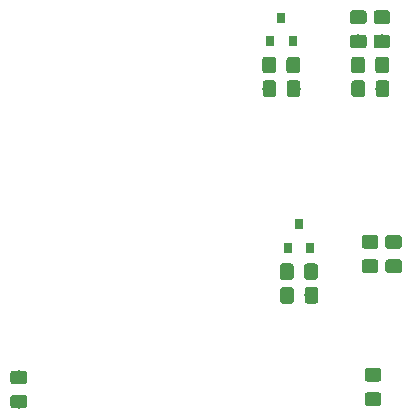
<source format=gbp>
G04 #@! TF.GenerationSoftware,KiCad,Pcbnew,(5.1.4)-1*
G04 #@! TF.CreationDate,2020-06-04T10:58:22-03:00*
G04 #@! TF.ProjectId,Mod_Temp_Driver,4d6f645f-5465-46d7-905f-447269766572,rev?*
G04 #@! TF.SameCoordinates,Original*
G04 #@! TF.FileFunction,Paste,Bot*
G04 #@! TF.FilePolarity,Positive*
%FSLAX46Y46*%
G04 Gerber Fmt 4.6, Leading zero omitted, Abs format (unit mm)*
G04 Created by KiCad (PCBNEW (5.1.4)-1) date 2020-06-04 10:58:22*
%MOMM*%
%LPD*%
G04 APERTURE LIST*
%ADD10C,0.100000*%
%ADD11C,1.150000*%
%ADD12R,0.800000X0.900000*%
G04 APERTURE END LIST*
D10*
G36*
X131849505Y-107801204D02*
G01*
X131873773Y-107804804D01*
X131897572Y-107810765D01*
X131920671Y-107819030D01*
X131942850Y-107829520D01*
X131963893Y-107842132D01*
X131983599Y-107856747D01*
X132001777Y-107873223D01*
X132018253Y-107891401D01*
X132032868Y-107911107D01*
X132045480Y-107932150D01*
X132055970Y-107954329D01*
X132064235Y-107977428D01*
X132070196Y-108001227D01*
X132073796Y-108025495D01*
X132075000Y-108049999D01*
X132075000Y-108950001D01*
X132073796Y-108974505D01*
X132070196Y-108998773D01*
X132064235Y-109022572D01*
X132055970Y-109045671D01*
X132045480Y-109067850D01*
X132032868Y-109088893D01*
X132018253Y-109108599D01*
X132001777Y-109126777D01*
X131983599Y-109143253D01*
X131963893Y-109157868D01*
X131942850Y-109170480D01*
X131920671Y-109180970D01*
X131897572Y-109189235D01*
X131873773Y-109195196D01*
X131849505Y-109198796D01*
X131825001Y-109200000D01*
X131174999Y-109200000D01*
X131150495Y-109198796D01*
X131126227Y-109195196D01*
X131102428Y-109189235D01*
X131079329Y-109180970D01*
X131057150Y-109170480D01*
X131036107Y-109157868D01*
X131016401Y-109143253D01*
X130998223Y-109126777D01*
X130981747Y-109108599D01*
X130967132Y-109088893D01*
X130954520Y-109067850D01*
X130944030Y-109045671D01*
X130935765Y-109022572D01*
X130929804Y-108998773D01*
X130926204Y-108974505D01*
X130925000Y-108950001D01*
X130925000Y-108049999D01*
X130926204Y-108025495D01*
X130929804Y-108001227D01*
X130935765Y-107977428D01*
X130944030Y-107954329D01*
X130954520Y-107932150D01*
X130967132Y-107911107D01*
X130981747Y-107891401D01*
X130998223Y-107873223D01*
X131016401Y-107856747D01*
X131036107Y-107842132D01*
X131057150Y-107829520D01*
X131079329Y-107819030D01*
X131102428Y-107810765D01*
X131126227Y-107804804D01*
X131150495Y-107801204D01*
X131174999Y-107800000D01*
X131825001Y-107800000D01*
X131849505Y-107801204D01*
X131849505Y-107801204D01*
G37*
D11*
X131500000Y-108500000D03*
D10*
G36*
X133899505Y-107801204D02*
G01*
X133923773Y-107804804D01*
X133947572Y-107810765D01*
X133970671Y-107819030D01*
X133992850Y-107829520D01*
X134013893Y-107842132D01*
X134033599Y-107856747D01*
X134051777Y-107873223D01*
X134068253Y-107891401D01*
X134082868Y-107911107D01*
X134095480Y-107932150D01*
X134105970Y-107954329D01*
X134114235Y-107977428D01*
X134120196Y-108001227D01*
X134123796Y-108025495D01*
X134125000Y-108049999D01*
X134125000Y-108950001D01*
X134123796Y-108974505D01*
X134120196Y-108998773D01*
X134114235Y-109022572D01*
X134105970Y-109045671D01*
X134095480Y-109067850D01*
X134082868Y-109088893D01*
X134068253Y-109108599D01*
X134051777Y-109126777D01*
X134033599Y-109143253D01*
X134013893Y-109157868D01*
X133992850Y-109170480D01*
X133970671Y-109180970D01*
X133947572Y-109189235D01*
X133923773Y-109195196D01*
X133899505Y-109198796D01*
X133875001Y-109200000D01*
X133224999Y-109200000D01*
X133200495Y-109198796D01*
X133176227Y-109195196D01*
X133152428Y-109189235D01*
X133129329Y-109180970D01*
X133107150Y-109170480D01*
X133086107Y-109157868D01*
X133066401Y-109143253D01*
X133048223Y-109126777D01*
X133031747Y-109108599D01*
X133017132Y-109088893D01*
X133004520Y-109067850D01*
X132994030Y-109045671D01*
X132985765Y-109022572D01*
X132979804Y-108998773D01*
X132976204Y-108974505D01*
X132975000Y-108950001D01*
X132975000Y-108049999D01*
X132976204Y-108025495D01*
X132979804Y-108001227D01*
X132985765Y-107977428D01*
X132994030Y-107954329D01*
X133004520Y-107932150D01*
X133017132Y-107911107D01*
X133031747Y-107891401D01*
X133048223Y-107873223D01*
X133066401Y-107856747D01*
X133086107Y-107842132D01*
X133107150Y-107829520D01*
X133129329Y-107819030D01*
X133152428Y-107810765D01*
X133176227Y-107804804D01*
X133200495Y-107801204D01*
X133224999Y-107800000D01*
X133875001Y-107800000D01*
X133899505Y-107801204D01*
X133899505Y-107801204D01*
G37*
D11*
X133550000Y-108500000D03*
D10*
G36*
X131824505Y-105801204D02*
G01*
X131848773Y-105804804D01*
X131872572Y-105810765D01*
X131895671Y-105819030D01*
X131917850Y-105829520D01*
X131938893Y-105842132D01*
X131958599Y-105856747D01*
X131976777Y-105873223D01*
X131993253Y-105891401D01*
X132007868Y-105911107D01*
X132020480Y-105932150D01*
X132030970Y-105954329D01*
X132039235Y-105977428D01*
X132045196Y-106001227D01*
X132048796Y-106025495D01*
X132050000Y-106049999D01*
X132050000Y-106950001D01*
X132048796Y-106974505D01*
X132045196Y-106998773D01*
X132039235Y-107022572D01*
X132030970Y-107045671D01*
X132020480Y-107067850D01*
X132007868Y-107088893D01*
X131993253Y-107108599D01*
X131976777Y-107126777D01*
X131958599Y-107143253D01*
X131938893Y-107157868D01*
X131917850Y-107170480D01*
X131895671Y-107180970D01*
X131872572Y-107189235D01*
X131848773Y-107195196D01*
X131824505Y-107198796D01*
X131800001Y-107200000D01*
X131149999Y-107200000D01*
X131125495Y-107198796D01*
X131101227Y-107195196D01*
X131077428Y-107189235D01*
X131054329Y-107180970D01*
X131032150Y-107170480D01*
X131011107Y-107157868D01*
X130991401Y-107143253D01*
X130973223Y-107126777D01*
X130956747Y-107108599D01*
X130942132Y-107088893D01*
X130929520Y-107067850D01*
X130919030Y-107045671D01*
X130910765Y-107022572D01*
X130904804Y-106998773D01*
X130901204Y-106974505D01*
X130900000Y-106950001D01*
X130900000Y-106049999D01*
X130901204Y-106025495D01*
X130904804Y-106001227D01*
X130910765Y-105977428D01*
X130919030Y-105954329D01*
X130929520Y-105932150D01*
X130942132Y-105911107D01*
X130956747Y-105891401D01*
X130973223Y-105873223D01*
X130991401Y-105856747D01*
X131011107Y-105842132D01*
X131032150Y-105829520D01*
X131054329Y-105819030D01*
X131077428Y-105810765D01*
X131101227Y-105804804D01*
X131125495Y-105801204D01*
X131149999Y-105800000D01*
X131800001Y-105800000D01*
X131824505Y-105801204D01*
X131824505Y-105801204D01*
G37*
D11*
X131475000Y-106500000D03*
D10*
G36*
X133874505Y-105801204D02*
G01*
X133898773Y-105804804D01*
X133922572Y-105810765D01*
X133945671Y-105819030D01*
X133967850Y-105829520D01*
X133988893Y-105842132D01*
X134008599Y-105856747D01*
X134026777Y-105873223D01*
X134043253Y-105891401D01*
X134057868Y-105911107D01*
X134070480Y-105932150D01*
X134080970Y-105954329D01*
X134089235Y-105977428D01*
X134095196Y-106001227D01*
X134098796Y-106025495D01*
X134100000Y-106049999D01*
X134100000Y-106950001D01*
X134098796Y-106974505D01*
X134095196Y-106998773D01*
X134089235Y-107022572D01*
X134080970Y-107045671D01*
X134070480Y-107067850D01*
X134057868Y-107088893D01*
X134043253Y-107108599D01*
X134026777Y-107126777D01*
X134008599Y-107143253D01*
X133988893Y-107157868D01*
X133967850Y-107170480D01*
X133945671Y-107180970D01*
X133922572Y-107189235D01*
X133898773Y-107195196D01*
X133874505Y-107198796D01*
X133850001Y-107200000D01*
X133199999Y-107200000D01*
X133175495Y-107198796D01*
X133151227Y-107195196D01*
X133127428Y-107189235D01*
X133104329Y-107180970D01*
X133082150Y-107170480D01*
X133061107Y-107157868D01*
X133041401Y-107143253D01*
X133023223Y-107126777D01*
X133006747Y-107108599D01*
X132992132Y-107088893D01*
X132979520Y-107067850D01*
X132969030Y-107045671D01*
X132960765Y-107022572D01*
X132954804Y-106998773D01*
X132951204Y-106974505D01*
X132950000Y-106950001D01*
X132950000Y-106049999D01*
X132951204Y-106025495D01*
X132954804Y-106001227D01*
X132960765Y-105977428D01*
X132969030Y-105954329D01*
X132979520Y-105932150D01*
X132992132Y-105911107D01*
X133006747Y-105891401D01*
X133023223Y-105873223D01*
X133041401Y-105856747D01*
X133061107Y-105842132D01*
X133082150Y-105829520D01*
X133104329Y-105819030D01*
X133127428Y-105810765D01*
X133151227Y-105804804D01*
X133175495Y-105801204D01*
X133199999Y-105800000D01*
X133850001Y-105800000D01*
X133874505Y-105801204D01*
X133874505Y-105801204D01*
G37*
D11*
X133525000Y-106500000D03*
D10*
G36*
X131974505Y-103926204D02*
G01*
X131998773Y-103929804D01*
X132022572Y-103935765D01*
X132045671Y-103944030D01*
X132067850Y-103954520D01*
X132088893Y-103967132D01*
X132108599Y-103981747D01*
X132126777Y-103998223D01*
X132143253Y-104016401D01*
X132157868Y-104036107D01*
X132170480Y-104057150D01*
X132180970Y-104079329D01*
X132189235Y-104102428D01*
X132195196Y-104126227D01*
X132198796Y-104150495D01*
X132200000Y-104174999D01*
X132200000Y-104825001D01*
X132198796Y-104849505D01*
X132195196Y-104873773D01*
X132189235Y-104897572D01*
X132180970Y-104920671D01*
X132170480Y-104942850D01*
X132157868Y-104963893D01*
X132143253Y-104983599D01*
X132126777Y-105001777D01*
X132108599Y-105018253D01*
X132088893Y-105032868D01*
X132067850Y-105045480D01*
X132045671Y-105055970D01*
X132022572Y-105064235D01*
X131998773Y-105070196D01*
X131974505Y-105073796D01*
X131950001Y-105075000D01*
X131049999Y-105075000D01*
X131025495Y-105073796D01*
X131001227Y-105070196D01*
X130977428Y-105064235D01*
X130954329Y-105055970D01*
X130932150Y-105045480D01*
X130911107Y-105032868D01*
X130891401Y-105018253D01*
X130873223Y-105001777D01*
X130856747Y-104983599D01*
X130842132Y-104963893D01*
X130829520Y-104942850D01*
X130819030Y-104920671D01*
X130810765Y-104897572D01*
X130804804Y-104873773D01*
X130801204Y-104849505D01*
X130800000Y-104825001D01*
X130800000Y-104174999D01*
X130801204Y-104150495D01*
X130804804Y-104126227D01*
X130810765Y-104102428D01*
X130819030Y-104079329D01*
X130829520Y-104057150D01*
X130842132Y-104036107D01*
X130856747Y-104016401D01*
X130873223Y-103998223D01*
X130891401Y-103981747D01*
X130911107Y-103967132D01*
X130932150Y-103954520D01*
X130954329Y-103944030D01*
X130977428Y-103935765D01*
X131001227Y-103929804D01*
X131025495Y-103926204D01*
X131049999Y-103925000D01*
X131950001Y-103925000D01*
X131974505Y-103926204D01*
X131974505Y-103926204D01*
G37*
D11*
X131500000Y-104500000D03*
D10*
G36*
X131974505Y-101876204D02*
G01*
X131998773Y-101879804D01*
X132022572Y-101885765D01*
X132045671Y-101894030D01*
X132067850Y-101904520D01*
X132088893Y-101917132D01*
X132108599Y-101931747D01*
X132126777Y-101948223D01*
X132143253Y-101966401D01*
X132157868Y-101986107D01*
X132170480Y-102007150D01*
X132180970Y-102029329D01*
X132189235Y-102052428D01*
X132195196Y-102076227D01*
X132198796Y-102100495D01*
X132200000Y-102124999D01*
X132200000Y-102775001D01*
X132198796Y-102799505D01*
X132195196Y-102823773D01*
X132189235Y-102847572D01*
X132180970Y-102870671D01*
X132170480Y-102892850D01*
X132157868Y-102913893D01*
X132143253Y-102933599D01*
X132126777Y-102951777D01*
X132108599Y-102968253D01*
X132088893Y-102982868D01*
X132067850Y-102995480D01*
X132045671Y-103005970D01*
X132022572Y-103014235D01*
X131998773Y-103020196D01*
X131974505Y-103023796D01*
X131950001Y-103025000D01*
X131049999Y-103025000D01*
X131025495Y-103023796D01*
X131001227Y-103020196D01*
X130977428Y-103014235D01*
X130954329Y-103005970D01*
X130932150Y-102995480D01*
X130911107Y-102982868D01*
X130891401Y-102968253D01*
X130873223Y-102951777D01*
X130856747Y-102933599D01*
X130842132Y-102913893D01*
X130829520Y-102892850D01*
X130819030Y-102870671D01*
X130810765Y-102847572D01*
X130804804Y-102823773D01*
X130801204Y-102799505D01*
X130800000Y-102775001D01*
X130800000Y-102124999D01*
X130801204Y-102100495D01*
X130804804Y-102076227D01*
X130810765Y-102052428D01*
X130819030Y-102029329D01*
X130829520Y-102007150D01*
X130842132Y-101986107D01*
X130856747Y-101966401D01*
X130873223Y-101948223D01*
X130891401Y-101931747D01*
X130911107Y-101917132D01*
X130932150Y-101904520D01*
X130954329Y-101894030D01*
X130977428Y-101885765D01*
X131001227Y-101879804D01*
X131025495Y-101876204D01*
X131049999Y-101875000D01*
X131950001Y-101875000D01*
X131974505Y-101876204D01*
X131974505Y-101876204D01*
G37*
D11*
X131500000Y-102450000D03*
D10*
G36*
X132974505Y-120901204D02*
G01*
X132998773Y-120904804D01*
X133022572Y-120910765D01*
X133045671Y-120919030D01*
X133067850Y-120929520D01*
X133088893Y-120942132D01*
X133108599Y-120956747D01*
X133126777Y-120973223D01*
X133143253Y-120991401D01*
X133157868Y-121011107D01*
X133170480Y-121032150D01*
X133180970Y-121054329D01*
X133189235Y-121077428D01*
X133195196Y-121101227D01*
X133198796Y-121125495D01*
X133200000Y-121149999D01*
X133200000Y-121800001D01*
X133198796Y-121824505D01*
X133195196Y-121848773D01*
X133189235Y-121872572D01*
X133180970Y-121895671D01*
X133170480Y-121917850D01*
X133157868Y-121938893D01*
X133143253Y-121958599D01*
X133126777Y-121976777D01*
X133108599Y-121993253D01*
X133088893Y-122007868D01*
X133067850Y-122020480D01*
X133045671Y-122030970D01*
X133022572Y-122039235D01*
X132998773Y-122045196D01*
X132974505Y-122048796D01*
X132950001Y-122050000D01*
X132049999Y-122050000D01*
X132025495Y-122048796D01*
X132001227Y-122045196D01*
X131977428Y-122039235D01*
X131954329Y-122030970D01*
X131932150Y-122020480D01*
X131911107Y-122007868D01*
X131891401Y-121993253D01*
X131873223Y-121976777D01*
X131856747Y-121958599D01*
X131842132Y-121938893D01*
X131829520Y-121917850D01*
X131819030Y-121895671D01*
X131810765Y-121872572D01*
X131804804Y-121848773D01*
X131801204Y-121824505D01*
X131800000Y-121800001D01*
X131800000Y-121149999D01*
X131801204Y-121125495D01*
X131804804Y-121101227D01*
X131810765Y-121077428D01*
X131819030Y-121054329D01*
X131829520Y-121032150D01*
X131842132Y-121011107D01*
X131856747Y-120991401D01*
X131873223Y-120973223D01*
X131891401Y-120956747D01*
X131911107Y-120942132D01*
X131932150Y-120929520D01*
X131954329Y-120919030D01*
X131977428Y-120910765D01*
X132001227Y-120904804D01*
X132025495Y-120901204D01*
X132049999Y-120900000D01*
X132950001Y-120900000D01*
X132974505Y-120901204D01*
X132974505Y-120901204D01*
G37*
D11*
X132500000Y-121475000D03*
D10*
G36*
X132974505Y-122951204D02*
G01*
X132998773Y-122954804D01*
X133022572Y-122960765D01*
X133045671Y-122969030D01*
X133067850Y-122979520D01*
X133088893Y-122992132D01*
X133108599Y-123006747D01*
X133126777Y-123023223D01*
X133143253Y-123041401D01*
X133157868Y-123061107D01*
X133170480Y-123082150D01*
X133180970Y-123104329D01*
X133189235Y-123127428D01*
X133195196Y-123151227D01*
X133198796Y-123175495D01*
X133200000Y-123199999D01*
X133200000Y-123850001D01*
X133198796Y-123874505D01*
X133195196Y-123898773D01*
X133189235Y-123922572D01*
X133180970Y-123945671D01*
X133170480Y-123967850D01*
X133157868Y-123988893D01*
X133143253Y-124008599D01*
X133126777Y-124026777D01*
X133108599Y-124043253D01*
X133088893Y-124057868D01*
X133067850Y-124070480D01*
X133045671Y-124080970D01*
X133022572Y-124089235D01*
X132998773Y-124095196D01*
X132974505Y-124098796D01*
X132950001Y-124100000D01*
X132049999Y-124100000D01*
X132025495Y-124098796D01*
X132001227Y-124095196D01*
X131977428Y-124089235D01*
X131954329Y-124080970D01*
X131932150Y-124070480D01*
X131911107Y-124057868D01*
X131891401Y-124043253D01*
X131873223Y-124026777D01*
X131856747Y-124008599D01*
X131842132Y-123988893D01*
X131829520Y-123967850D01*
X131819030Y-123945671D01*
X131810765Y-123922572D01*
X131804804Y-123898773D01*
X131801204Y-123874505D01*
X131800000Y-123850001D01*
X131800000Y-123199999D01*
X131801204Y-123175495D01*
X131804804Y-123151227D01*
X131810765Y-123127428D01*
X131819030Y-123104329D01*
X131829520Y-123082150D01*
X131842132Y-123061107D01*
X131856747Y-123041401D01*
X131873223Y-123023223D01*
X131891401Y-123006747D01*
X131911107Y-122992132D01*
X131932150Y-122979520D01*
X131954329Y-122969030D01*
X131977428Y-122960765D01*
X132001227Y-122954804D01*
X132025495Y-122951204D01*
X132049999Y-122950000D01*
X132950001Y-122950000D01*
X132974505Y-122951204D01*
X132974505Y-122951204D01*
G37*
D11*
X132500000Y-123525000D03*
D10*
G36*
X134974505Y-120901204D02*
G01*
X134998773Y-120904804D01*
X135022572Y-120910765D01*
X135045671Y-120919030D01*
X135067850Y-120929520D01*
X135088893Y-120942132D01*
X135108599Y-120956747D01*
X135126777Y-120973223D01*
X135143253Y-120991401D01*
X135157868Y-121011107D01*
X135170480Y-121032150D01*
X135180970Y-121054329D01*
X135189235Y-121077428D01*
X135195196Y-121101227D01*
X135198796Y-121125495D01*
X135200000Y-121149999D01*
X135200000Y-121800001D01*
X135198796Y-121824505D01*
X135195196Y-121848773D01*
X135189235Y-121872572D01*
X135180970Y-121895671D01*
X135170480Y-121917850D01*
X135157868Y-121938893D01*
X135143253Y-121958599D01*
X135126777Y-121976777D01*
X135108599Y-121993253D01*
X135088893Y-122007868D01*
X135067850Y-122020480D01*
X135045671Y-122030970D01*
X135022572Y-122039235D01*
X134998773Y-122045196D01*
X134974505Y-122048796D01*
X134950001Y-122050000D01*
X134049999Y-122050000D01*
X134025495Y-122048796D01*
X134001227Y-122045196D01*
X133977428Y-122039235D01*
X133954329Y-122030970D01*
X133932150Y-122020480D01*
X133911107Y-122007868D01*
X133891401Y-121993253D01*
X133873223Y-121976777D01*
X133856747Y-121958599D01*
X133842132Y-121938893D01*
X133829520Y-121917850D01*
X133819030Y-121895671D01*
X133810765Y-121872572D01*
X133804804Y-121848773D01*
X133801204Y-121824505D01*
X133800000Y-121800001D01*
X133800000Y-121149999D01*
X133801204Y-121125495D01*
X133804804Y-121101227D01*
X133810765Y-121077428D01*
X133819030Y-121054329D01*
X133829520Y-121032150D01*
X133842132Y-121011107D01*
X133856747Y-120991401D01*
X133873223Y-120973223D01*
X133891401Y-120956747D01*
X133911107Y-120942132D01*
X133932150Y-120929520D01*
X133954329Y-120919030D01*
X133977428Y-120910765D01*
X134001227Y-120904804D01*
X134025495Y-120901204D01*
X134049999Y-120900000D01*
X134950001Y-120900000D01*
X134974505Y-120901204D01*
X134974505Y-120901204D01*
G37*
D11*
X134500000Y-121475000D03*
D10*
G36*
X134974505Y-122951204D02*
G01*
X134998773Y-122954804D01*
X135022572Y-122960765D01*
X135045671Y-122969030D01*
X135067850Y-122979520D01*
X135088893Y-122992132D01*
X135108599Y-123006747D01*
X135126777Y-123023223D01*
X135143253Y-123041401D01*
X135157868Y-123061107D01*
X135170480Y-123082150D01*
X135180970Y-123104329D01*
X135189235Y-123127428D01*
X135195196Y-123151227D01*
X135198796Y-123175495D01*
X135200000Y-123199999D01*
X135200000Y-123850001D01*
X135198796Y-123874505D01*
X135195196Y-123898773D01*
X135189235Y-123922572D01*
X135180970Y-123945671D01*
X135170480Y-123967850D01*
X135157868Y-123988893D01*
X135143253Y-124008599D01*
X135126777Y-124026777D01*
X135108599Y-124043253D01*
X135088893Y-124057868D01*
X135067850Y-124070480D01*
X135045671Y-124080970D01*
X135022572Y-124089235D01*
X134998773Y-124095196D01*
X134974505Y-124098796D01*
X134950001Y-124100000D01*
X134049999Y-124100000D01*
X134025495Y-124098796D01*
X134001227Y-124095196D01*
X133977428Y-124089235D01*
X133954329Y-124080970D01*
X133932150Y-124070480D01*
X133911107Y-124057868D01*
X133891401Y-124043253D01*
X133873223Y-124026777D01*
X133856747Y-124008599D01*
X133842132Y-123988893D01*
X133829520Y-123967850D01*
X133819030Y-123945671D01*
X133810765Y-123922572D01*
X133804804Y-123898773D01*
X133801204Y-123874505D01*
X133800000Y-123850001D01*
X133800000Y-123199999D01*
X133801204Y-123175495D01*
X133804804Y-123151227D01*
X133810765Y-123127428D01*
X133819030Y-123104329D01*
X133829520Y-123082150D01*
X133842132Y-123061107D01*
X133856747Y-123041401D01*
X133873223Y-123023223D01*
X133891401Y-123006747D01*
X133911107Y-122992132D01*
X133932150Y-122979520D01*
X133954329Y-122969030D01*
X133977428Y-122960765D01*
X134001227Y-122954804D01*
X134025495Y-122951204D01*
X134049999Y-122950000D01*
X134950001Y-122950000D01*
X134974505Y-122951204D01*
X134974505Y-122951204D01*
G37*
D11*
X134500000Y-123525000D03*
D10*
G36*
X133974505Y-103926204D02*
G01*
X133998773Y-103929804D01*
X134022572Y-103935765D01*
X134045671Y-103944030D01*
X134067850Y-103954520D01*
X134088893Y-103967132D01*
X134108599Y-103981747D01*
X134126777Y-103998223D01*
X134143253Y-104016401D01*
X134157868Y-104036107D01*
X134170480Y-104057150D01*
X134180970Y-104079329D01*
X134189235Y-104102428D01*
X134195196Y-104126227D01*
X134198796Y-104150495D01*
X134200000Y-104174999D01*
X134200000Y-104825001D01*
X134198796Y-104849505D01*
X134195196Y-104873773D01*
X134189235Y-104897572D01*
X134180970Y-104920671D01*
X134170480Y-104942850D01*
X134157868Y-104963893D01*
X134143253Y-104983599D01*
X134126777Y-105001777D01*
X134108599Y-105018253D01*
X134088893Y-105032868D01*
X134067850Y-105045480D01*
X134045671Y-105055970D01*
X134022572Y-105064235D01*
X133998773Y-105070196D01*
X133974505Y-105073796D01*
X133950001Y-105075000D01*
X133049999Y-105075000D01*
X133025495Y-105073796D01*
X133001227Y-105070196D01*
X132977428Y-105064235D01*
X132954329Y-105055970D01*
X132932150Y-105045480D01*
X132911107Y-105032868D01*
X132891401Y-105018253D01*
X132873223Y-105001777D01*
X132856747Y-104983599D01*
X132842132Y-104963893D01*
X132829520Y-104942850D01*
X132819030Y-104920671D01*
X132810765Y-104897572D01*
X132804804Y-104873773D01*
X132801204Y-104849505D01*
X132800000Y-104825001D01*
X132800000Y-104174999D01*
X132801204Y-104150495D01*
X132804804Y-104126227D01*
X132810765Y-104102428D01*
X132819030Y-104079329D01*
X132829520Y-104057150D01*
X132842132Y-104036107D01*
X132856747Y-104016401D01*
X132873223Y-103998223D01*
X132891401Y-103981747D01*
X132911107Y-103967132D01*
X132932150Y-103954520D01*
X132954329Y-103944030D01*
X132977428Y-103935765D01*
X133001227Y-103929804D01*
X133025495Y-103926204D01*
X133049999Y-103925000D01*
X133950001Y-103925000D01*
X133974505Y-103926204D01*
X133974505Y-103926204D01*
G37*
D11*
X133500000Y-104500000D03*
D10*
G36*
X133974505Y-101876204D02*
G01*
X133998773Y-101879804D01*
X134022572Y-101885765D01*
X134045671Y-101894030D01*
X134067850Y-101904520D01*
X134088893Y-101917132D01*
X134108599Y-101931747D01*
X134126777Y-101948223D01*
X134143253Y-101966401D01*
X134157868Y-101986107D01*
X134170480Y-102007150D01*
X134180970Y-102029329D01*
X134189235Y-102052428D01*
X134195196Y-102076227D01*
X134198796Y-102100495D01*
X134200000Y-102124999D01*
X134200000Y-102775001D01*
X134198796Y-102799505D01*
X134195196Y-102823773D01*
X134189235Y-102847572D01*
X134180970Y-102870671D01*
X134170480Y-102892850D01*
X134157868Y-102913893D01*
X134143253Y-102933599D01*
X134126777Y-102951777D01*
X134108599Y-102968253D01*
X134088893Y-102982868D01*
X134067850Y-102995480D01*
X134045671Y-103005970D01*
X134022572Y-103014235D01*
X133998773Y-103020196D01*
X133974505Y-103023796D01*
X133950001Y-103025000D01*
X133049999Y-103025000D01*
X133025495Y-103023796D01*
X133001227Y-103020196D01*
X132977428Y-103014235D01*
X132954329Y-103005970D01*
X132932150Y-102995480D01*
X132911107Y-102982868D01*
X132891401Y-102968253D01*
X132873223Y-102951777D01*
X132856747Y-102933599D01*
X132842132Y-102913893D01*
X132829520Y-102892850D01*
X132819030Y-102870671D01*
X132810765Y-102847572D01*
X132804804Y-102823773D01*
X132801204Y-102799505D01*
X132800000Y-102775001D01*
X132800000Y-102124999D01*
X132801204Y-102100495D01*
X132804804Y-102076227D01*
X132810765Y-102052428D01*
X132819030Y-102029329D01*
X132829520Y-102007150D01*
X132842132Y-101986107D01*
X132856747Y-101966401D01*
X132873223Y-101948223D01*
X132891401Y-101931747D01*
X132911107Y-101917132D01*
X132932150Y-101904520D01*
X132954329Y-101894030D01*
X132977428Y-101885765D01*
X133001227Y-101879804D01*
X133025495Y-101876204D01*
X133049999Y-101875000D01*
X133950001Y-101875000D01*
X133974505Y-101876204D01*
X133974505Y-101876204D01*
G37*
D11*
X133500000Y-102450000D03*
D10*
G36*
X126349505Y-105801204D02*
G01*
X126373773Y-105804804D01*
X126397572Y-105810765D01*
X126420671Y-105819030D01*
X126442850Y-105829520D01*
X126463893Y-105842132D01*
X126483599Y-105856747D01*
X126501777Y-105873223D01*
X126518253Y-105891401D01*
X126532868Y-105911107D01*
X126545480Y-105932150D01*
X126555970Y-105954329D01*
X126564235Y-105977428D01*
X126570196Y-106001227D01*
X126573796Y-106025495D01*
X126575000Y-106049999D01*
X126575000Y-106950001D01*
X126573796Y-106974505D01*
X126570196Y-106998773D01*
X126564235Y-107022572D01*
X126555970Y-107045671D01*
X126545480Y-107067850D01*
X126532868Y-107088893D01*
X126518253Y-107108599D01*
X126501777Y-107126777D01*
X126483599Y-107143253D01*
X126463893Y-107157868D01*
X126442850Y-107170480D01*
X126420671Y-107180970D01*
X126397572Y-107189235D01*
X126373773Y-107195196D01*
X126349505Y-107198796D01*
X126325001Y-107200000D01*
X125674999Y-107200000D01*
X125650495Y-107198796D01*
X125626227Y-107195196D01*
X125602428Y-107189235D01*
X125579329Y-107180970D01*
X125557150Y-107170480D01*
X125536107Y-107157868D01*
X125516401Y-107143253D01*
X125498223Y-107126777D01*
X125481747Y-107108599D01*
X125467132Y-107088893D01*
X125454520Y-107067850D01*
X125444030Y-107045671D01*
X125435765Y-107022572D01*
X125429804Y-106998773D01*
X125426204Y-106974505D01*
X125425000Y-106950001D01*
X125425000Y-106049999D01*
X125426204Y-106025495D01*
X125429804Y-106001227D01*
X125435765Y-105977428D01*
X125444030Y-105954329D01*
X125454520Y-105932150D01*
X125467132Y-105911107D01*
X125481747Y-105891401D01*
X125498223Y-105873223D01*
X125516401Y-105856747D01*
X125536107Y-105842132D01*
X125557150Y-105829520D01*
X125579329Y-105819030D01*
X125602428Y-105810765D01*
X125626227Y-105804804D01*
X125650495Y-105801204D01*
X125674999Y-105800000D01*
X126325001Y-105800000D01*
X126349505Y-105801204D01*
X126349505Y-105801204D01*
G37*
D11*
X126000000Y-106500000D03*
D10*
G36*
X124299505Y-105801204D02*
G01*
X124323773Y-105804804D01*
X124347572Y-105810765D01*
X124370671Y-105819030D01*
X124392850Y-105829520D01*
X124413893Y-105842132D01*
X124433599Y-105856747D01*
X124451777Y-105873223D01*
X124468253Y-105891401D01*
X124482868Y-105911107D01*
X124495480Y-105932150D01*
X124505970Y-105954329D01*
X124514235Y-105977428D01*
X124520196Y-106001227D01*
X124523796Y-106025495D01*
X124525000Y-106049999D01*
X124525000Y-106950001D01*
X124523796Y-106974505D01*
X124520196Y-106998773D01*
X124514235Y-107022572D01*
X124505970Y-107045671D01*
X124495480Y-107067850D01*
X124482868Y-107088893D01*
X124468253Y-107108599D01*
X124451777Y-107126777D01*
X124433599Y-107143253D01*
X124413893Y-107157868D01*
X124392850Y-107170480D01*
X124370671Y-107180970D01*
X124347572Y-107189235D01*
X124323773Y-107195196D01*
X124299505Y-107198796D01*
X124275001Y-107200000D01*
X123624999Y-107200000D01*
X123600495Y-107198796D01*
X123576227Y-107195196D01*
X123552428Y-107189235D01*
X123529329Y-107180970D01*
X123507150Y-107170480D01*
X123486107Y-107157868D01*
X123466401Y-107143253D01*
X123448223Y-107126777D01*
X123431747Y-107108599D01*
X123417132Y-107088893D01*
X123404520Y-107067850D01*
X123394030Y-107045671D01*
X123385765Y-107022572D01*
X123379804Y-106998773D01*
X123376204Y-106974505D01*
X123375000Y-106950001D01*
X123375000Y-106049999D01*
X123376204Y-106025495D01*
X123379804Y-106001227D01*
X123385765Y-105977428D01*
X123394030Y-105954329D01*
X123404520Y-105932150D01*
X123417132Y-105911107D01*
X123431747Y-105891401D01*
X123448223Y-105873223D01*
X123466401Y-105856747D01*
X123486107Y-105842132D01*
X123507150Y-105829520D01*
X123529329Y-105819030D01*
X123552428Y-105810765D01*
X123576227Y-105804804D01*
X123600495Y-105801204D01*
X123624999Y-105800000D01*
X124275001Y-105800000D01*
X124299505Y-105801204D01*
X124299505Y-105801204D01*
G37*
D11*
X123950000Y-106500000D03*
D10*
G36*
X127849505Y-123301204D02*
G01*
X127873773Y-123304804D01*
X127897572Y-123310765D01*
X127920671Y-123319030D01*
X127942850Y-123329520D01*
X127963893Y-123342132D01*
X127983599Y-123356747D01*
X128001777Y-123373223D01*
X128018253Y-123391401D01*
X128032868Y-123411107D01*
X128045480Y-123432150D01*
X128055970Y-123454329D01*
X128064235Y-123477428D01*
X128070196Y-123501227D01*
X128073796Y-123525495D01*
X128075000Y-123549999D01*
X128075000Y-124450001D01*
X128073796Y-124474505D01*
X128070196Y-124498773D01*
X128064235Y-124522572D01*
X128055970Y-124545671D01*
X128045480Y-124567850D01*
X128032868Y-124588893D01*
X128018253Y-124608599D01*
X128001777Y-124626777D01*
X127983599Y-124643253D01*
X127963893Y-124657868D01*
X127942850Y-124670480D01*
X127920671Y-124680970D01*
X127897572Y-124689235D01*
X127873773Y-124695196D01*
X127849505Y-124698796D01*
X127825001Y-124700000D01*
X127174999Y-124700000D01*
X127150495Y-124698796D01*
X127126227Y-124695196D01*
X127102428Y-124689235D01*
X127079329Y-124680970D01*
X127057150Y-124670480D01*
X127036107Y-124657868D01*
X127016401Y-124643253D01*
X126998223Y-124626777D01*
X126981747Y-124608599D01*
X126967132Y-124588893D01*
X126954520Y-124567850D01*
X126944030Y-124545671D01*
X126935765Y-124522572D01*
X126929804Y-124498773D01*
X126926204Y-124474505D01*
X126925000Y-124450001D01*
X126925000Y-123549999D01*
X126926204Y-123525495D01*
X126929804Y-123501227D01*
X126935765Y-123477428D01*
X126944030Y-123454329D01*
X126954520Y-123432150D01*
X126967132Y-123411107D01*
X126981747Y-123391401D01*
X126998223Y-123373223D01*
X127016401Y-123356747D01*
X127036107Y-123342132D01*
X127057150Y-123329520D01*
X127079329Y-123319030D01*
X127102428Y-123310765D01*
X127126227Y-123304804D01*
X127150495Y-123301204D01*
X127174999Y-123300000D01*
X127825001Y-123300000D01*
X127849505Y-123301204D01*
X127849505Y-123301204D01*
G37*
D11*
X127500000Y-124000000D03*
D10*
G36*
X125799505Y-123301204D02*
G01*
X125823773Y-123304804D01*
X125847572Y-123310765D01*
X125870671Y-123319030D01*
X125892850Y-123329520D01*
X125913893Y-123342132D01*
X125933599Y-123356747D01*
X125951777Y-123373223D01*
X125968253Y-123391401D01*
X125982868Y-123411107D01*
X125995480Y-123432150D01*
X126005970Y-123454329D01*
X126014235Y-123477428D01*
X126020196Y-123501227D01*
X126023796Y-123525495D01*
X126025000Y-123549999D01*
X126025000Y-124450001D01*
X126023796Y-124474505D01*
X126020196Y-124498773D01*
X126014235Y-124522572D01*
X126005970Y-124545671D01*
X125995480Y-124567850D01*
X125982868Y-124588893D01*
X125968253Y-124608599D01*
X125951777Y-124626777D01*
X125933599Y-124643253D01*
X125913893Y-124657868D01*
X125892850Y-124670480D01*
X125870671Y-124680970D01*
X125847572Y-124689235D01*
X125823773Y-124695196D01*
X125799505Y-124698796D01*
X125775001Y-124700000D01*
X125124999Y-124700000D01*
X125100495Y-124698796D01*
X125076227Y-124695196D01*
X125052428Y-124689235D01*
X125029329Y-124680970D01*
X125007150Y-124670480D01*
X124986107Y-124657868D01*
X124966401Y-124643253D01*
X124948223Y-124626777D01*
X124931747Y-124608599D01*
X124917132Y-124588893D01*
X124904520Y-124567850D01*
X124894030Y-124545671D01*
X124885765Y-124522572D01*
X124879804Y-124498773D01*
X124876204Y-124474505D01*
X124875000Y-124450001D01*
X124875000Y-123549999D01*
X124876204Y-123525495D01*
X124879804Y-123501227D01*
X124885765Y-123477428D01*
X124894030Y-123454329D01*
X124904520Y-123432150D01*
X124917132Y-123411107D01*
X124931747Y-123391401D01*
X124948223Y-123373223D01*
X124966401Y-123356747D01*
X124986107Y-123342132D01*
X125007150Y-123329520D01*
X125029329Y-123319030D01*
X125052428Y-123310765D01*
X125076227Y-123304804D01*
X125100495Y-123301204D01*
X125124999Y-123300000D01*
X125775001Y-123300000D01*
X125799505Y-123301204D01*
X125799505Y-123301204D01*
G37*
D11*
X125450000Y-124000000D03*
D10*
G36*
X126374505Y-107801204D02*
G01*
X126398773Y-107804804D01*
X126422572Y-107810765D01*
X126445671Y-107819030D01*
X126467850Y-107829520D01*
X126488893Y-107842132D01*
X126508599Y-107856747D01*
X126526777Y-107873223D01*
X126543253Y-107891401D01*
X126557868Y-107911107D01*
X126570480Y-107932150D01*
X126580970Y-107954329D01*
X126589235Y-107977428D01*
X126595196Y-108001227D01*
X126598796Y-108025495D01*
X126600000Y-108049999D01*
X126600000Y-108950001D01*
X126598796Y-108974505D01*
X126595196Y-108998773D01*
X126589235Y-109022572D01*
X126580970Y-109045671D01*
X126570480Y-109067850D01*
X126557868Y-109088893D01*
X126543253Y-109108599D01*
X126526777Y-109126777D01*
X126508599Y-109143253D01*
X126488893Y-109157868D01*
X126467850Y-109170480D01*
X126445671Y-109180970D01*
X126422572Y-109189235D01*
X126398773Y-109195196D01*
X126374505Y-109198796D01*
X126350001Y-109200000D01*
X125699999Y-109200000D01*
X125675495Y-109198796D01*
X125651227Y-109195196D01*
X125627428Y-109189235D01*
X125604329Y-109180970D01*
X125582150Y-109170480D01*
X125561107Y-109157868D01*
X125541401Y-109143253D01*
X125523223Y-109126777D01*
X125506747Y-109108599D01*
X125492132Y-109088893D01*
X125479520Y-109067850D01*
X125469030Y-109045671D01*
X125460765Y-109022572D01*
X125454804Y-108998773D01*
X125451204Y-108974505D01*
X125450000Y-108950001D01*
X125450000Y-108049999D01*
X125451204Y-108025495D01*
X125454804Y-108001227D01*
X125460765Y-107977428D01*
X125469030Y-107954329D01*
X125479520Y-107932150D01*
X125492132Y-107911107D01*
X125506747Y-107891401D01*
X125523223Y-107873223D01*
X125541401Y-107856747D01*
X125561107Y-107842132D01*
X125582150Y-107829520D01*
X125604329Y-107819030D01*
X125627428Y-107810765D01*
X125651227Y-107804804D01*
X125675495Y-107801204D01*
X125699999Y-107800000D01*
X126350001Y-107800000D01*
X126374505Y-107801204D01*
X126374505Y-107801204D01*
G37*
D11*
X126025000Y-108500000D03*
D10*
G36*
X124324505Y-107801204D02*
G01*
X124348773Y-107804804D01*
X124372572Y-107810765D01*
X124395671Y-107819030D01*
X124417850Y-107829520D01*
X124438893Y-107842132D01*
X124458599Y-107856747D01*
X124476777Y-107873223D01*
X124493253Y-107891401D01*
X124507868Y-107911107D01*
X124520480Y-107932150D01*
X124530970Y-107954329D01*
X124539235Y-107977428D01*
X124545196Y-108001227D01*
X124548796Y-108025495D01*
X124550000Y-108049999D01*
X124550000Y-108950001D01*
X124548796Y-108974505D01*
X124545196Y-108998773D01*
X124539235Y-109022572D01*
X124530970Y-109045671D01*
X124520480Y-109067850D01*
X124507868Y-109088893D01*
X124493253Y-109108599D01*
X124476777Y-109126777D01*
X124458599Y-109143253D01*
X124438893Y-109157868D01*
X124417850Y-109170480D01*
X124395671Y-109180970D01*
X124372572Y-109189235D01*
X124348773Y-109195196D01*
X124324505Y-109198796D01*
X124300001Y-109200000D01*
X123649999Y-109200000D01*
X123625495Y-109198796D01*
X123601227Y-109195196D01*
X123577428Y-109189235D01*
X123554329Y-109180970D01*
X123532150Y-109170480D01*
X123511107Y-109157868D01*
X123491401Y-109143253D01*
X123473223Y-109126777D01*
X123456747Y-109108599D01*
X123442132Y-109088893D01*
X123429520Y-109067850D01*
X123419030Y-109045671D01*
X123410765Y-109022572D01*
X123404804Y-108998773D01*
X123401204Y-108974505D01*
X123400000Y-108950001D01*
X123400000Y-108049999D01*
X123401204Y-108025495D01*
X123404804Y-108001227D01*
X123410765Y-107977428D01*
X123419030Y-107954329D01*
X123429520Y-107932150D01*
X123442132Y-107911107D01*
X123456747Y-107891401D01*
X123473223Y-107873223D01*
X123491401Y-107856747D01*
X123511107Y-107842132D01*
X123532150Y-107829520D01*
X123554329Y-107819030D01*
X123577428Y-107810765D01*
X123601227Y-107804804D01*
X123625495Y-107801204D01*
X123649999Y-107800000D01*
X124300001Y-107800000D01*
X124324505Y-107801204D01*
X124324505Y-107801204D01*
G37*
D11*
X123975000Y-108500000D03*
D10*
G36*
X127874505Y-125301204D02*
G01*
X127898773Y-125304804D01*
X127922572Y-125310765D01*
X127945671Y-125319030D01*
X127967850Y-125329520D01*
X127988893Y-125342132D01*
X128008599Y-125356747D01*
X128026777Y-125373223D01*
X128043253Y-125391401D01*
X128057868Y-125411107D01*
X128070480Y-125432150D01*
X128080970Y-125454329D01*
X128089235Y-125477428D01*
X128095196Y-125501227D01*
X128098796Y-125525495D01*
X128100000Y-125549999D01*
X128100000Y-126450001D01*
X128098796Y-126474505D01*
X128095196Y-126498773D01*
X128089235Y-126522572D01*
X128080970Y-126545671D01*
X128070480Y-126567850D01*
X128057868Y-126588893D01*
X128043253Y-126608599D01*
X128026777Y-126626777D01*
X128008599Y-126643253D01*
X127988893Y-126657868D01*
X127967850Y-126670480D01*
X127945671Y-126680970D01*
X127922572Y-126689235D01*
X127898773Y-126695196D01*
X127874505Y-126698796D01*
X127850001Y-126700000D01*
X127199999Y-126700000D01*
X127175495Y-126698796D01*
X127151227Y-126695196D01*
X127127428Y-126689235D01*
X127104329Y-126680970D01*
X127082150Y-126670480D01*
X127061107Y-126657868D01*
X127041401Y-126643253D01*
X127023223Y-126626777D01*
X127006747Y-126608599D01*
X126992132Y-126588893D01*
X126979520Y-126567850D01*
X126969030Y-126545671D01*
X126960765Y-126522572D01*
X126954804Y-126498773D01*
X126951204Y-126474505D01*
X126950000Y-126450001D01*
X126950000Y-125549999D01*
X126951204Y-125525495D01*
X126954804Y-125501227D01*
X126960765Y-125477428D01*
X126969030Y-125454329D01*
X126979520Y-125432150D01*
X126992132Y-125411107D01*
X127006747Y-125391401D01*
X127023223Y-125373223D01*
X127041401Y-125356747D01*
X127061107Y-125342132D01*
X127082150Y-125329520D01*
X127104329Y-125319030D01*
X127127428Y-125310765D01*
X127151227Y-125304804D01*
X127175495Y-125301204D01*
X127199999Y-125300000D01*
X127850001Y-125300000D01*
X127874505Y-125301204D01*
X127874505Y-125301204D01*
G37*
D11*
X127525000Y-126000000D03*
D10*
G36*
X125824505Y-125301204D02*
G01*
X125848773Y-125304804D01*
X125872572Y-125310765D01*
X125895671Y-125319030D01*
X125917850Y-125329520D01*
X125938893Y-125342132D01*
X125958599Y-125356747D01*
X125976777Y-125373223D01*
X125993253Y-125391401D01*
X126007868Y-125411107D01*
X126020480Y-125432150D01*
X126030970Y-125454329D01*
X126039235Y-125477428D01*
X126045196Y-125501227D01*
X126048796Y-125525495D01*
X126050000Y-125549999D01*
X126050000Y-126450001D01*
X126048796Y-126474505D01*
X126045196Y-126498773D01*
X126039235Y-126522572D01*
X126030970Y-126545671D01*
X126020480Y-126567850D01*
X126007868Y-126588893D01*
X125993253Y-126608599D01*
X125976777Y-126626777D01*
X125958599Y-126643253D01*
X125938893Y-126657868D01*
X125917850Y-126670480D01*
X125895671Y-126680970D01*
X125872572Y-126689235D01*
X125848773Y-126695196D01*
X125824505Y-126698796D01*
X125800001Y-126700000D01*
X125149999Y-126700000D01*
X125125495Y-126698796D01*
X125101227Y-126695196D01*
X125077428Y-126689235D01*
X125054329Y-126680970D01*
X125032150Y-126670480D01*
X125011107Y-126657868D01*
X124991401Y-126643253D01*
X124973223Y-126626777D01*
X124956747Y-126608599D01*
X124942132Y-126588893D01*
X124929520Y-126567850D01*
X124919030Y-126545671D01*
X124910765Y-126522572D01*
X124904804Y-126498773D01*
X124901204Y-126474505D01*
X124900000Y-126450001D01*
X124900000Y-125549999D01*
X124901204Y-125525495D01*
X124904804Y-125501227D01*
X124910765Y-125477428D01*
X124919030Y-125454329D01*
X124929520Y-125432150D01*
X124942132Y-125411107D01*
X124956747Y-125391401D01*
X124973223Y-125373223D01*
X124991401Y-125356747D01*
X125011107Y-125342132D01*
X125032150Y-125329520D01*
X125054329Y-125319030D01*
X125077428Y-125310765D01*
X125101227Y-125304804D01*
X125125495Y-125301204D01*
X125149999Y-125300000D01*
X125800001Y-125300000D01*
X125824505Y-125301204D01*
X125824505Y-125301204D01*
G37*
D11*
X125475000Y-126000000D03*
D12*
X125000000Y-102500000D03*
X124050000Y-104500000D03*
X125950000Y-104500000D03*
X126500000Y-120000000D03*
X125550000Y-122000000D03*
X127450000Y-122000000D03*
D10*
G36*
X133224505Y-134201204D02*
G01*
X133248773Y-134204804D01*
X133272572Y-134210765D01*
X133295671Y-134219030D01*
X133317850Y-134229520D01*
X133338893Y-134242132D01*
X133358599Y-134256747D01*
X133376777Y-134273223D01*
X133393253Y-134291401D01*
X133407868Y-134311107D01*
X133420480Y-134332150D01*
X133430970Y-134354329D01*
X133439235Y-134377428D01*
X133445196Y-134401227D01*
X133448796Y-134425495D01*
X133450000Y-134449999D01*
X133450000Y-135100001D01*
X133448796Y-135124505D01*
X133445196Y-135148773D01*
X133439235Y-135172572D01*
X133430970Y-135195671D01*
X133420480Y-135217850D01*
X133407868Y-135238893D01*
X133393253Y-135258599D01*
X133376777Y-135276777D01*
X133358599Y-135293253D01*
X133338893Y-135307868D01*
X133317850Y-135320480D01*
X133295671Y-135330970D01*
X133272572Y-135339235D01*
X133248773Y-135345196D01*
X133224505Y-135348796D01*
X133200001Y-135350000D01*
X132299999Y-135350000D01*
X132275495Y-135348796D01*
X132251227Y-135345196D01*
X132227428Y-135339235D01*
X132204329Y-135330970D01*
X132182150Y-135320480D01*
X132161107Y-135307868D01*
X132141401Y-135293253D01*
X132123223Y-135276777D01*
X132106747Y-135258599D01*
X132092132Y-135238893D01*
X132079520Y-135217850D01*
X132069030Y-135195671D01*
X132060765Y-135172572D01*
X132054804Y-135148773D01*
X132051204Y-135124505D01*
X132050000Y-135100001D01*
X132050000Y-134449999D01*
X132051204Y-134425495D01*
X132054804Y-134401227D01*
X132060765Y-134377428D01*
X132069030Y-134354329D01*
X132079520Y-134332150D01*
X132092132Y-134311107D01*
X132106747Y-134291401D01*
X132123223Y-134273223D01*
X132141401Y-134256747D01*
X132161107Y-134242132D01*
X132182150Y-134229520D01*
X132204329Y-134219030D01*
X132227428Y-134210765D01*
X132251227Y-134204804D01*
X132275495Y-134201204D01*
X132299999Y-134200000D01*
X133200001Y-134200000D01*
X133224505Y-134201204D01*
X133224505Y-134201204D01*
G37*
D11*
X132750000Y-134775000D03*
D10*
G36*
X133224505Y-132151204D02*
G01*
X133248773Y-132154804D01*
X133272572Y-132160765D01*
X133295671Y-132169030D01*
X133317850Y-132179520D01*
X133338893Y-132192132D01*
X133358599Y-132206747D01*
X133376777Y-132223223D01*
X133393253Y-132241401D01*
X133407868Y-132261107D01*
X133420480Y-132282150D01*
X133430970Y-132304329D01*
X133439235Y-132327428D01*
X133445196Y-132351227D01*
X133448796Y-132375495D01*
X133450000Y-132399999D01*
X133450000Y-133050001D01*
X133448796Y-133074505D01*
X133445196Y-133098773D01*
X133439235Y-133122572D01*
X133430970Y-133145671D01*
X133420480Y-133167850D01*
X133407868Y-133188893D01*
X133393253Y-133208599D01*
X133376777Y-133226777D01*
X133358599Y-133243253D01*
X133338893Y-133257868D01*
X133317850Y-133270480D01*
X133295671Y-133280970D01*
X133272572Y-133289235D01*
X133248773Y-133295196D01*
X133224505Y-133298796D01*
X133200001Y-133300000D01*
X132299999Y-133300000D01*
X132275495Y-133298796D01*
X132251227Y-133295196D01*
X132227428Y-133289235D01*
X132204329Y-133280970D01*
X132182150Y-133270480D01*
X132161107Y-133257868D01*
X132141401Y-133243253D01*
X132123223Y-133226777D01*
X132106747Y-133208599D01*
X132092132Y-133188893D01*
X132079520Y-133167850D01*
X132069030Y-133145671D01*
X132060765Y-133122572D01*
X132054804Y-133098773D01*
X132051204Y-133074505D01*
X132050000Y-133050001D01*
X132050000Y-132399999D01*
X132051204Y-132375495D01*
X132054804Y-132351227D01*
X132060765Y-132327428D01*
X132069030Y-132304329D01*
X132079520Y-132282150D01*
X132092132Y-132261107D01*
X132106747Y-132241401D01*
X132123223Y-132223223D01*
X132141401Y-132206747D01*
X132161107Y-132192132D01*
X132182150Y-132179520D01*
X132204329Y-132169030D01*
X132227428Y-132160765D01*
X132251227Y-132154804D01*
X132275495Y-132151204D01*
X132299999Y-132150000D01*
X133200001Y-132150000D01*
X133224505Y-132151204D01*
X133224505Y-132151204D01*
G37*
D11*
X132750000Y-132725000D03*
D10*
G36*
X103224505Y-132376204D02*
G01*
X103248773Y-132379804D01*
X103272572Y-132385765D01*
X103295671Y-132394030D01*
X103317850Y-132404520D01*
X103338893Y-132417132D01*
X103358599Y-132431747D01*
X103376777Y-132448223D01*
X103393253Y-132466401D01*
X103407868Y-132486107D01*
X103420480Y-132507150D01*
X103430970Y-132529329D01*
X103439235Y-132552428D01*
X103445196Y-132576227D01*
X103448796Y-132600495D01*
X103450000Y-132624999D01*
X103450000Y-133275001D01*
X103448796Y-133299505D01*
X103445196Y-133323773D01*
X103439235Y-133347572D01*
X103430970Y-133370671D01*
X103420480Y-133392850D01*
X103407868Y-133413893D01*
X103393253Y-133433599D01*
X103376777Y-133451777D01*
X103358599Y-133468253D01*
X103338893Y-133482868D01*
X103317850Y-133495480D01*
X103295671Y-133505970D01*
X103272572Y-133514235D01*
X103248773Y-133520196D01*
X103224505Y-133523796D01*
X103200001Y-133525000D01*
X102299999Y-133525000D01*
X102275495Y-133523796D01*
X102251227Y-133520196D01*
X102227428Y-133514235D01*
X102204329Y-133505970D01*
X102182150Y-133495480D01*
X102161107Y-133482868D01*
X102141401Y-133468253D01*
X102123223Y-133451777D01*
X102106747Y-133433599D01*
X102092132Y-133413893D01*
X102079520Y-133392850D01*
X102069030Y-133370671D01*
X102060765Y-133347572D01*
X102054804Y-133323773D01*
X102051204Y-133299505D01*
X102050000Y-133275001D01*
X102050000Y-132624999D01*
X102051204Y-132600495D01*
X102054804Y-132576227D01*
X102060765Y-132552428D01*
X102069030Y-132529329D01*
X102079520Y-132507150D01*
X102092132Y-132486107D01*
X102106747Y-132466401D01*
X102123223Y-132448223D01*
X102141401Y-132431747D01*
X102161107Y-132417132D01*
X102182150Y-132404520D01*
X102204329Y-132394030D01*
X102227428Y-132385765D01*
X102251227Y-132379804D01*
X102275495Y-132376204D01*
X102299999Y-132375000D01*
X103200001Y-132375000D01*
X103224505Y-132376204D01*
X103224505Y-132376204D01*
G37*
D11*
X102750000Y-132950000D03*
D10*
G36*
X103224505Y-134426204D02*
G01*
X103248773Y-134429804D01*
X103272572Y-134435765D01*
X103295671Y-134444030D01*
X103317850Y-134454520D01*
X103338893Y-134467132D01*
X103358599Y-134481747D01*
X103376777Y-134498223D01*
X103393253Y-134516401D01*
X103407868Y-134536107D01*
X103420480Y-134557150D01*
X103430970Y-134579329D01*
X103439235Y-134602428D01*
X103445196Y-134626227D01*
X103448796Y-134650495D01*
X103450000Y-134674999D01*
X103450000Y-135325001D01*
X103448796Y-135349505D01*
X103445196Y-135373773D01*
X103439235Y-135397572D01*
X103430970Y-135420671D01*
X103420480Y-135442850D01*
X103407868Y-135463893D01*
X103393253Y-135483599D01*
X103376777Y-135501777D01*
X103358599Y-135518253D01*
X103338893Y-135532868D01*
X103317850Y-135545480D01*
X103295671Y-135555970D01*
X103272572Y-135564235D01*
X103248773Y-135570196D01*
X103224505Y-135573796D01*
X103200001Y-135575000D01*
X102299999Y-135575000D01*
X102275495Y-135573796D01*
X102251227Y-135570196D01*
X102227428Y-135564235D01*
X102204329Y-135555970D01*
X102182150Y-135545480D01*
X102161107Y-135532868D01*
X102141401Y-135518253D01*
X102123223Y-135501777D01*
X102106747Y-135483599D01*
X102092132Y-135463893D01*
X102079520Y-135442850D01*
X102069030Y-135420671D01*
X102060765Y-135397572D01*
X102054804Y-135373773D01*
X102051204Y-135349505D01*
X102050000Y-135325001D01*
X102050000Y-134674999D01*
X102051204Y-134650495D01*
X102054804Y-134626227D01*
X102060765Y-134602428D01*
X102069030Y-134579329D01*
X102079520Y-134557150D01*
X102092132Y-134536107D01*
X102106747Y-134516401D01*
X102123223Y-134498223D01*
X102141401Y-134481747D01*
X102161107Y-134467132D01*
X102182150Y-134454520D01*
X102204329Y-134444030D01*
X102227428Y-134435765D01*
X102251227Y-134429804D01*
X102275495Y-134426204D01*
X102299999Y-134425000D01*
X103200001Y-134425000D01*
X103224505Y-134426204D01*
X103224505Y-134426204D01*
G37*
D11*
X102750000Y-135000000D03*
M02*

</source>
